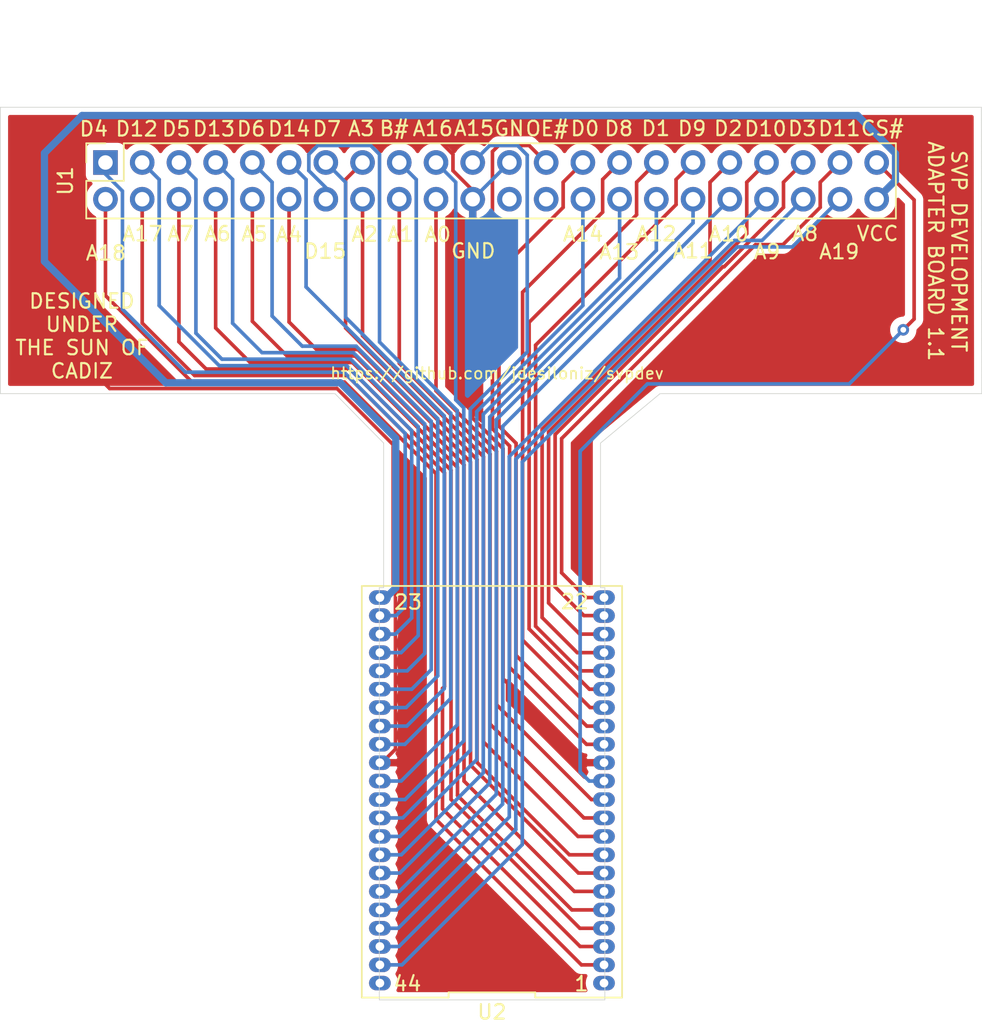
<source format=kicad_pcb>
(kicad_pcb (version 20171130) (host pcbnew "(5.1.8-0-10_14)")

  (general
    (thickness 1.6)
    (drawings 63)
    (tracks 295)
    (zones 0)
    (modules 2)
    (nets 44)
  )

  (page A4)
  (layers
    (0 F.Cu signal)
    (31 B.Cu signal)
    (32 B.Adhes user)
    (33 F.Adhes user)
    (34 B.Paste user)
    (35 F.Paste user)
    (36 B.SilkS user)
    (37 F.SilkS user)
    (38 B.Mask user)
    (39 F.Mask user)
    (40 Dwgs.User user)
    (41 Cmts.User user)
    (42 Eco1.User user)
    (43 Eco2.User user)
    (44 Edge.Cuts user)
    (45 Margin user)
    (46 B.CrtYd user)
    (47 F.CrtYd user)
    (48 B.Fab user)
    (49 F.Fab user)
  )

  (setup
    (last_trace_width 0.25)
    (trace_clearance 0.2)
    (zone_clearance 0.508)
    (zone_45_only no)
    (trace_min 0.2)
    (via_size 0.8)
    (via_drill 0.4)
    (via_min_size 0.4)
    (via_min_drill 0.3)
    (uvia_size 0.3)
    (uvia_drill 0.1)
    (uvias_allowed no)
    (uvia_min_size 0.2)
    (uvia_min_drill 0.1)
    (edge_width 0.05)
    (segment_width 0.2)
    (pcb_text_width 0.3)
    (pcb_text_size 1.5 1.5)
    (mod_edge_width 0.12)
    (mod_text_size 1 1)
    (mod_text_width 0.15)
    (pad_size 1.524 1.524)
    (pad_drill 0.762)
    (pad_to_mask_clearance 0)
    (aux_axis_origin 0 0)
    (visible_elements FFFFFF7F)
    (pcbplotparams
      (layerselection 0x010fc_ffffffff)
      (usegerberextensions false)
      (usegerberattributes true)
      (usegerberadvancedattributes true)
      (creategerberjobfile true)
      (excludeedgelayer true)
      (linewidth 0.100000)
      (plotframeref false)
      (viasonmask false)
      (mode 1)
      (useauxorigin false)
      (hpglpennumber 1)
      (hpglpenspeed 20)
      (hpglpendiameter 15.000000)
      (psnegative false)
      (psa4output false)
      (plotreference true)
      (plotvalue true)
      (plotinvisibletext false)
      (padsonsilk false)
      (subtractmaskfromsilk false)
      (outputformat 1)
      (mirror false)
      (drillshape 0)
      (scaleselection 1)
      (outputdirectory ""))
  )

  (net 0 "")
  (net 1 VCC)
  (net 2 /CS#)
  (net 3 /BYTE#)
  (net 4 /OE#)
  (net 5 /D15)
  (net 6 /D0)
  (net 7 /D7)
  (net 8 /D8)
  (net 9 /D14)
  (net 10 /D1)
  (net 11 /D6)
  (net 12 /D9)
  (net 13 /D13)
  (net 14 /D2)
  (net 15 /D5)
  (net 16 /D10)
  (net 17 /D12)
  (net 18 /D3)
  (net 19 /D4)
  (net 20 /D11)
  (net 21 GND)
  (net 22 /A16)
  (net 23 /A0)
  (net 24 /A15)
  (net 25 /A1)
  (net 26 /A14)
  (net 27 /A2)
  (net 28 /A3)
  (net 29 /A13)
  (net 30 /A12)
  (net 31 /A4)
  (net 32 /A11)
  (net 33 /A5)
  (net 34 /A10)
  (net 35 /A6)
  (net 36 /A9)
  (net 37 /A7)
  (net 38 /A8)
  (net 39 /A17)
  (net 40 /A19)
  (net 41 /A18)
  (net 42 "Net-(U2-Pad1)")
  (net 43 "Net-(U2-Pad44)")

  (net_class Default "This is the default net class."
    (clearance 0.2)
    (trace_width 0.25)
    (via_dia 0.8)
    (via_drill 0.4)
    (uvia_dia 0.3)
    (uvia_drill 0.1)
    (diff_pair_width 0.25)
    (diff_pair_gap 0.25)
    (add_net /A0)
    (add_net /A1)
    (add_net /A10)
    (add_net /A11)
    (add_net /A12)
    (add_net /A13)
    (add_net /A14)
    (add_net /A15)
    (add_net /A16)
    (add_net /A17)
    (add_net /A18)
    (add_net /A19)
    (add_net /A2)
    (add_net /A3)
    (add_net /A4)
    (add_net /A5)
    (add_net /A6)
    (add_net /A7)
    (add_net /A8)
    (add_net /A9)
    (add_net /BYTE#)
    (add_net /CS#)
    (add_net /D0)
    (add_net /D1)
    (add_net /D10)
    (add_net /D11)
    (add_net /D12)
    (add_net /D13)
    (add_net /D14)
    (add_net /D15)
    (add_net /D2)
    (add_net /D3)
    (add_net /D4)
    (add_net /D5)
    (add_net /D6)
    (add_net /D7)
    (add_net /D8)
    (add_net /D9)
    (add_net /OE#)
    (add_net "Net-(U2-Pad1)")
    (add_net "Net-(U2-Pad44)")
  )

  (net_class Power ""
    (clearance 0.2)
    (trace_width 0.25)
    (via_dia 0.8)
    (via_drill 0.4)
    (uvia_dia 0.3)
    (uvia_drill 0.1)
    (diff_pair_width 0.25)
    (diff_pair_gap 0.25)
    (add_net GND)
  )

  (net_class PowerVCC ""
    (clearance 0.2)
    (trace_width 0.5)
    (via_dia 0.8)
    (via_drill 0.4)
    (uvia_dia 0.3)
    (uvia_drill 0.1)
    (diff_pair_width 0.25)
    (diff_pair_gap 0.25)
    (add_net VCC)
  )

  (module svp-adapter-board:VR_ROM_CASTELL (layer F.Cu) (tedit 6011740B) (tstamp 600A4A04)
    (at 81.55 86.33 90)
    (path /600F6C55)
    (fp_text reference U2 (at -15.23 0) (layer F.SilkS)
      (effects (font (size 1 1) (thickness 0.15)))
    )
    (fp_text value ROM_PINS (at 0 0 90) (layer F.Fab)
      (effects (font (size 1 1) (thickness 0.15)))
    )
    (fp_line (start -13.98 8.75) (end -13.98 -8.75) (layer F.CrtYd) (width 0.05))
    (fp_line (start 13.98 8.75) (end -13.98 8.75) (layer F.CrtYd) (width 0.05))
    (fp_line (start 13.98 -8.75) (end 13.98 8.75) (layer F.CrtYd) (width 0.05))
    (fp_line (start -13.98 -8.75) (end 13.98 -8.75) (layer F.CrtYd) (width 0.05))
    (fp_line (start -14.23 2.999999) (end -14.23 9) (layer F.SilkS) (width 0.12))
    (fp_line (start -13.87 2.999999) (end -14.23 2.999999) (layer F.SilkS) (width 0.12))
    (fp_line (start -13.87 -3) (end -13.87 2.999999) (layer F.SilkS) (width 0.12))
    (fp_line (start -14.23 -3) (end -13.87 -3) (layer F.SilkS) (width 0.12))
    (fp_line (start -14.23 -9) (end -14.23 -3) (layer F.SilkS) (width 0.12))
    (fp_line (start 14.23 -9) (end -14.23 -9) (layer F.SilkS) (width 0.12))
    (fp_line (start 14.23 9) (end 14.23 -9) (layer F.SilkS) (width 0.12))
    (fp_line (start -14.23 9) (end 14.23 9) (layer F.SilkS) (width 0.12))
    (pad 44 thru_hole oval (at -13.23 -7.75 90) (size 1 1.5) (drill 0.6) (layers *.Cu *.Mask)
      (net 43 "Net-(U2-Pad44)"))
    (pad 1 thru_hole oval (at -13.23 7.75 90) (size 1 1.5) (drill 0.6) (layers *.Cu *.Mask)
      (net 42 "Net-(U2-Pad1)"))
    (pad 43 thru_hole oval (at -11.97 -7.75 90) (size 1 1.5) (drill 0.6) (layers *.Cu *.Mask)
      (net 40 /A19))
    (pad 2 thru_hole oval (at -11.97 7.75 90) (size 1 1.5) (drill 0.6) (layers *.Cu *.Mask)
      (net 41 /A18))
    (pad 42 thru_hole oval (at -10.7 -7.75 90) (size 1 1.5) (drill 0.6) (layers *.Cu *.Mask)
      (net 38 /A8))
    (pad 3 thru_hole oval (at -10.7 7.75 90) (size 1 1.5) (drill 0.6) (layers *.Cu *.Mask)
      (net 39 /A17))
    (pad 41 thru_hole oval (at -9.44 -7.75 90) (size 1 1.5) (drill 0.6) (layers *.Cu *.Mask)
      (net 36 /A9))
    (pad 4 thru_hole oval (at -9.44 7.75 90) (size 1 1.5) (drill 0.6) (layers *.Cu *.Mask)
      (net 37 /A7))
    (pad 40 thru_hole oval (at -8.17 -7.75 90) (size 1 1.5) (drill 0.6) (layers *.Cu *.Mask)
      (net 34 /A10))
    (pad 5 thru_hole oval (at -8.17 7.75 90) (size 1 1.5) (drill 0.6) (layers *.Cu *.Mask)
      (net 35 /A6))
    (pad 39 thru_hole oval (at -6.89 -7.75 90) (size 1 1.5) (drill 0.6) (layers *.Cu *.Mask)
      (net 32 /A11))
    (pad 6 thru_hole oval (at -6.89 7.75 90) (size 1 1.5) (drill 0.6) (layers *.Cu *.Mask)
      (net 33 /A5))
    (pad 38 thru_hole oval (at -5.62 -7.75 90) (size 1 1.5) (drill 0.6) (layers *.Cu *.Mask)
      (net 30 /A12))
    (pad 7 thru_hole oval (at -5.62 7.75 90) (size 1 1.5) (drill 0.6) (layers *.Cu *.Mask)
      (net 31 /A4))
    (pad 37 thru_hole oval (at -4.36 -7.75 90) (size 1 1.5) (drill 0.6) (layers *.Cu *.Mask)
      (net 29 /A13))
    (pad 8 thru_hole oval (at -4.36 7.75 90) (size 1 1.5) (drill 0.6) (layers *.Cu *.Mask)
      (net 28 /A3))
    (pad 36 thru_hole oval (at -3.09 -7.75 90) (size 1 1.5) (drill 0.6) (layers *.Cu *.Mask)
      (net 26 /A14))
    (pad 9 thru_hole oval (at -3.09 7.75 90) (size 1 1.5) (drill 0.6) (layers *.Cu *.Mask)
      (net 27 /A2))
    (pad 35 thru_hole oval (at -1.81 -7.75 90) (size 1 1.5) (drill 0.6) (layers *.Cu *.Mask)
      (net 24 /A15))
    (pad 10 thru_hole oval (at -1.81 7.75 90) (size 1 1.5) (drill 0.6) (layers *.Cu *.Mask)
      (net 25 /A1))
    (pad 34 thru_hole oval (at -0.54 -7.75 90) (size 1 1.5) (drill 0.6) (layers *.Cu *.Mask)
      (net 22 /A16))
    (pad 11 thru_hole oval (at -0.54 7.75 90) (size 1 1.5) (drill 0.6) (layers *.Cu *.Mask)
      (net 23 /A0))
    (pad 33 thru_hole oval (at 0.74 -7.75 90) (size 1 1.5) (drill 0.6) (layers *.Cu *.Mask)
      (net 3 /BYTE#))
    (pad 12 thru_hole oval (at 0.74 7.75 90) (size 1 1.5) (drill 0.6) (layers *.Cu *.Mask)
      (net 2 /CS#))
    (pad 32 thru_hole oval (at 2.01 -7.75 90) (size 1 1.5) (drill 0.6) (layers *.Cu *.Mask)
      (net 21 GND))
    (pad 13 thru_hole oval (at 2.01 7.75 90) (size 1 1.5) (drill 0.6) (layers *.Cu *.Mask)
      (net 21 GND))
    (pad 31 thru_hole oval (at 3.28 -7.75 90) (size 1 1.5) (drill 0.6) (layers *.Cu *.Mask)
      (net 5 /D15))
    (pad 14 thru_hole oval (at 3.28 7.75 90) (size 1 1.5) (drill 0.6) (layers *.Cu *.Mask)
      (net 4 /OE#))
    (pad 30 thru_hole oval (at 4.54 -7.75 90) (size 1 1.5) (drill 0.6) (layers *.Cu *.Mask)
      (net 7 /D7))
    (pad 15 thru_hole oval (at 4.54 7.75 90) (size 1 1.5) (drill 0.6) (layers *.Cu *.Mask)
      (net 6 /D0))
    (pad 29 thru_hole oval (at 5.82 -7.75 90) (size 1 1.5) (drill 0.6) (layers *.Cu *.Mask)
      (net 9 /D14))
    (pad 16 thru_hole oval (at 5.82 7.75 90) (size 1 1.5) (drill 0.6) (layers *.Cu *.Mask)
      (net 8 /D8))
    (pad 28 thru_hole oval (at 7.09 -7.75 90) (size 1 1.5) (drill 0.6) (layers *.Cu *.Mask)
      (net 11 /D6))
    (pad 17 thru_hole oval (at 7.09 7.75 90) (size 1 1.5) (drill 0.6) (layers *.Cu *.Mask)
      (net 10 /D1))
    (pad 27 thru_hole oval (at 8.36 -7.75 90) (size 1 1.5) (drill 0.6) (layers *.Cu *.Mask)
      (net 13 /D13))
    (pad 18 thru_hole oval (at 8.36 7.75 90) (size 1 1.5) (drill 0.6) (layers *.Cu *.Mask)
      (net 12 /D9))
    (pad 26 thru_hole oval (at 9.62 -7.75 90) (size 1 1.5) (drill 0.6) (layers *.Cu *.Mask)
      (net 15 /D5))
    (pad 19 thru_hole oval (at 9.62 7.75 90) (size 1 1.5) (drill 0.6) (layers *.Cu *.Mask)
      (net 14 /D2))
    (pad 25 thru_hole oval (at 10.9 -7.75 90) (size 1 1.5) (drill 0.6) (layers *.Cu *.Mask)
      (net 17 /D12))
    (pad 20 thru_hole oval (at 10.9 7.75 90) (size 1 1.5) (drill 0.6) (layers *.Cu *.Mask)
      (net 16 /D10))
    (pad 24 thru_hole oval (at 12.18 -7.75 90) (size 1 1.5) (drill 0.6) (layers *.Cu *.Mask)
      (net 19 /D4))
    (pad 21 thru_hole oval (at 12.18 7.75 90) (size 1 1.5) (drill 0.6) (layers *.Cu *.Mask)
      (net 18 /D3))
    (pad 23 thru_hole oval (at 13.43 -7.75 90) (size 1 1.5) (drill 0.6) (layers *.Cu *.Mask)
      (net 1 VCC))
    (pad 22 thru_hole oval (at 13.43 7.75 90) (size 1 1.5) (drill 0.6) (layers *.Cu *.Mask)
      (net 20 /D11))
  )

  (module Connector_PinSocket_2.54mm:PinSocket_2x22_P2.54mm_Vertical (layer F.Cu) (tedit 5A19A42E) (tstamp 600A49C8)
    (at 54.82 42.82 90)
    (descr "Through hole straight socket strip, 2x22, 2.54mm pitch, double cols (from Kicad 4.0.7), script generated")
    (tags "Through hole socket strip THT 2x22 2.54mm double row")
    (path /600FBCE3)
    (fp_text reference U1 (at -1.27 -2.77 90) (layer F.SilkS)
      (effects (font (size 1 1) (thickness 0.15)))
    )
    (fp_text value ROM_CONN_COUNTER_CLOCKWISE (at -1.27 56.11 90) (layer F.Fab)
      (effects (font (size 1 1) (thickness 0.15)))
    )
    (fp_line (start -3.81 -1.27) (end 0.27 -1.27) (layer F.Fab) (width 0.1))
    (fp_line (start 0.27 -1.27) (end 1.27 -0.27) (layer F.Fab) (width 0.1))
    (fp_line (start 1.27 -0.27) (end 1.27 54.61) (layer F.Fab) (width 0.1))
    (fp_line (start 1.27 54.61) (end -3.81 54.61) (layer F.Fab) (width 0.1))
    (fp_line (start -3.81 54.61) (end -3.81 -1.27) (layer F.Fab) (width 0.1))
    (fp_line (start -3.87 -1.33) (end -1.27 -1.33) (layer F.SilkS) (width 0.12))
    (fp_line (start -3.87 -1.33) (end -3.87 54.67) (layer F.SilkS) (width 0.12))
    (fp_line (start -3.87 54.67) (end 1.33 54.67) (layer F.SilkS) (width 0.12))
    (fp_line (start 1.33 1.27) (end 1.33 54.67) (layer F.SilkS) (width 0.12))
    (fp_line (start -1.27 1.27) (end 1.33 1.27) (layer F.SilkS) (width 0.12))
    (fp_line (start -1.27 -1.33) (end -1.27 1.27) (layer F.SilkS) (width 0.12))
    (fp_line (start 1.33 -1.33) (end 1.33 0) (layer F.SilkS) (width 0.12))
    (fp_line (start 0 -1.33) (end 1.33 -1.33) (layer F.SilkS) (width 0.12))
    (fp_line (start -4.34 -1.8) (end 1.76 -1.8) (layer F.CrtYd) (width 0.05))
    (fp_line (start 1.76 -1.8) (end 1.76 55.1) (layer F.CrtYd) (width 0.05))
    (fp_line (start 1.76 55.1) (end -4.34 55.1) (layer F.CrtYd) (width 0.05))
    (fp_line (start -4.34 55.1) (end -4.34 -1.8) (layer F.CrtYd) (width 0.05))
    (fp_text user %R (at -1.27 26.67) (layer F.Fab)
      (effects (font (size 1 1) (thickness 0.15)))
    )
    (pad 44 thru_hole oval (at -2.54 53.34 90) (size 1.7 1.7) (drill 1) (layers *.Cu *.Mask)
      (net 1 VCC))
    (pad 43 thru_hole oval (at 0 53.34 90) (size 1.7 1.7) (drill 1) (layers *.Cu *.Mask)
      (net 2 /CS#))
    (pad 42 thru_hole oval (at -2.54 50.8 90) (size 1.7 1.7) (drill 1) (layers *.Cu *.Mask)
      (net 40 /A19))
    (pad 41 thru_hole oval (at 0 50.8 90) (size 1.7 1.7) (drill 1) (layers *.Cu *.Mask)
      (net 20 /D11))
    (pad 40 thru_hole oval (at -2.54 48.26 90) (size 1.7 1.7) (drill 1) (layers *.Cu *.Mask)
      (net 38 /A8))
    (pad 39 thru_hole oval (at 0 48.26 90) (size 1.7 1.7) (drill 1) (layers *.Cu *.Mask)
      (net 18 /D3))
    (pad 38 thru_hole oval (at -2.54 45.72 90) (size 1.7 1.7) (drill 1) (layers *.Cu *.Mask)
      (net 36 /A9))
    (pad 37 thru_hole oval (at 0 45.72 90) (size 1.7 1.7) (drill 1) (layers *.Cu *.Mask)
      (net 16 /D10))
    (pad 36 thru_hole oval (at -2.54 43.18 90) (size 1.7 1.7) (drill 1) (layers *.Cu *.Mask)
      (net 34 /A10))
    (pad 35 thru_hole oval (at 0 43.18 90) (size 1.7 1.7) (drill 1) (layers *.Cu *.Mask)
      (net 14 /D2))
    (pad 34 thru_hole oval (at -2.54 40.64 90) (size 1.7 1.7) (drill 1) (layers *.Cu *.Mask)
      (net 32 /A11))
    (pad 33 thru_hole oval (at 0 40.64 90) (size 1.7 1.7) (drill 1) (layers *.Cu *.Mask)
      (net 12 /D9))
    (pad 32 thru_hole oval (at -2.54 38.1 90) (size 1.7 1.7) (drill 1) (layers *.Cu *.Mask)
      (net 30 /A12))
    (pad 31 thru_hole oval (at 0 38.1 90) (size 1.7 1.7) (drill 1) (layers *.Cu *.Mask)
      (net 10 /D1))
    (pad 30 thru_hole oval (at -2.54 35.56 90) (size 1.7 1.7) (drill 1) (layers *.Cu *.Mask)
      (net 29 /A13))
    (pad 29 thru_hole oval (at 0 35.56 90) (size 1.7 1.7) (drill 1) (layers *.Cu *.Mask)
      (net 8 /D8))
    (pad 28 thru_hole oval (at -2.54 33.02 90) (size 1.7 1.7) (drill 1) (layers *.Cu *.Mask)
      (net 26 /A14))
    (pad 27 thru_hole oval (at 0 33.02 90) (size 1.7 1.7) (drill 1) (layers *.Cu *.Mask)
      (net 6 /D0))
    (pad 26 thru_hole oval (at -2.54 30.48 90) (size 1.7 1.7) (drill 1) (layers *.Cu *.Mask))
    (pad 25 thru_hole oval (at 0 30.48 90) (size 1.7 1.7) (drill 1) (layers *.Cu *.Mask)
      (net 4 /OE#))
    (pad 24 thru_hole oval (at -2.54 27.94 90) (size 1.7 1.7) (drill 1) (layers *.Cu *.Mask))
    (pad 23 thru_hole oval (at 0 27.94 90) (size 1.7 1.7) (drill 1) (layers *.Cu *.Mask)
      (net 21 GND))
    (pad 22 thru_hole oval (at -2.54 25.4 90) (size 1.7 1.7) (drill 1) (layers *.Cu *.Mask)
      (net 21 GND))
    (pad 21 thru_hole oval (at 0 25.4 90) (size 1.7 1.7) (drill 1) (layers *.Cu *.Mask)
      (net 24 /A15))
    (pad 20 thru_hole oval (at -2.54 22.86 90) (size 1.7 1.7) (drill 1) (layers *.Cu *.Mask)
      (net 23 /A0))
    (pad 19 thru_hole oval (at 0 22.86 90) (size 1.7 1.7) (drill 1) (layers *.Cu *.Mask)
      (net 22 /A16))
    (pad 18 thru_hole oval (at -2.54 20.32 90) (size 1.7 1.7) (drill 1) (layers *.Cu *.Mask)
      (net 25 /A1))
    (pad 17 thru_hole oval (at 0 20.32 90) (size 1.7 1.7) (drill 1) (layers *.Cu *.Mask)
      (net 3 /BYTE#))
    (pad 16 thru_hole oval (at -2.54 17.78 90) (size 1.7 1.7) (drill 1) (layers *.Cu *.Mask)
      (net 27 /A2))
    (pad 15 thru_hole oval (at 0 17.78 90) (size 1.7 1.7) (drill 1) (layers *.Cu *.Mask)
      (net 28 /A3))
    (pad 14 thru_hole oval (at -2.54 15.24 90) (size 1.7 1.7) (drill 1) (layers *.Cu *.Mask)
      (net 5 /D15))
    (pad 13 thru_hole oval (at 0 15.24 90) (size 1.7 1.7) (drill 1) (layers *.Cu *.Mask)
      (net 7 /D7))
    (pad 12 thru_hole oval (at -2.54 12.7 90) (size 1.7 1.7) (drill 1) (layers *.Cu *.Mask)
      (net 31 /A4))
    (pad 11 thru_hole oval (at 0 12.7 90) (size 1.7 1.7) (drill 1) (layers *.Cu *.Mask)
      (net 9 /D14))
    (pad 10 thru_hole oval (at -2.54 10.16 90) (size 1.7 1.7) (drill 1) (layers *.Cu *.Mask)
      (net 33 /A5))
    (pad 9 thru_hole oval (at 0 10.16 90) (size 1.7 1.7) (drill 1) (layers *.Cu *.Mask)
      (net 11 /D6))
    (pad 8 thru_hole oval (at -2.54 7.62 90) (size 1.7 1.7) (drill 1) (layers *.Cu *.Mask)
      (net 35 /A6))
    (pad 7 thru_hole oval (at 0 7.62 90) (size 1.7 1.7) (drill 1) (layers *.Cu *.Mask)
      (net 13 /D13))
    (pad 6 thru_hole oval (at -2.54 5.08 90) (size 1.7 1.7) (drill 1) (layers *.Cu *.Mask)
      (net 37 /A7))
    (pad 5 thru_hole oval (at 0 5.08 90) (size 1.7 1.7) (drill 1) (layers *.Cu *.Mask)
      (net 15 /D5))
    (pad 4 thru_hole oval (at -2.54 2.54 90) (size 1.7 1.7) (drill 1) (layers *.Cu *.Mask)
      (net 39 /A17))
    (pad 3 thru_hole oval (at 0 2.54 90) (size 1.7 1.7) (drill 1) (layers *.Cu *.Mask)
      (net 17 /D12))
    (pad 2 thru_hole oval (at -2.54 0 90) (size 1.7 1.7) (drill 1) (layers *.Cu *.Mask)
      (net 41 /A18))
    (pad 1 thru_hole rect (at 0 0 90) (size 1.7 1.7) (drill 1) (layers *.Cu *.Mask)
      (net 19 /D4))
    (model ${KISYS3DMOD}/Connector_PinSocket_2.54mm.3dshapes/PinSocket_2x22_P2.54mm_Vertical.wrl
      (at (xyz 0 0 0))
      (scale (xyz 1 1 1))
      (rotate (xyz 0 0 0))
    )
  )

  (gr_text https://github.com/jdesiloniz/svpdev (at 81.9 57.4) (layer F.SilkS)
    (effects (font (size 0.8 0.8) (thickness 0.12)))
  )
  (gr_text 44 (at 75.7 99.6) (layer F.SilkS) (tstamp 601888A5)
    (effects (font (size 1 1) (thickness 0.15)))
  )
  (gr_text 23 (at 75.75 73.22) (layer F.SilkS) (tstamp 60188827)
    (effects (font (size 1 1) (thickness 0.15)))
  )
  (gr_text 22 (at 87.28 73.19) (layer F.SilkS)
    (effects (font (size 1 1) (thickness 0.15)))
  )
  (gr_text 1 (at 87.74 99.61) (layer F.SilkS)
    (effects (font (size 1 1) (thickness 0.15)))
  )
  (gr_text VCC (at 108.22 47.74) (layer F.SilkS)
    (effects (font (size 1 1) (thickness 0.15)))
  )
  (gr_text A19 (at 105.57 48.99) (layer F.SilkS)
    (effects (font (size 1 1) (thickness 0.15)))
  )
  (gr_text A8 (at 103.2 47.74) (layer F.SilkS)
    (effects (font (size 1 1) (thickness 0.15)))
  )
  (gr_text A9 (at 100.58 48.99) (layer F.SilkS)
    (effects (font (size 1 1) (thickness 0.15)))
  )
  (gr_text A10 (at 97.93 47.76) (layer F.SilkS)
    (effects (font (size 1 1) (thickness 0.15)))
  )
  (gr_text A11 (at 95.44 48.93) (layer F.SilkS)
    (effects (font (size 1 1) (thickness 0.15)))
  )
  (gr_text A12 (at 92.92 47.75) (layer F.SilkS)
    (effects (font (size 1 1) (thickness 0.15)))
  )
  (gr_text A13 (at 90.35 49.01) (layer F.SilkS)
    (effects (font (size 1 1) (thickness 0.15)))
  )
  (gr_text A14 (at 87.85 47.77) (layer F.SilkS)
    (effects (font (size 1 1) (thickness 0.15)))
  )
  (gr_text GND (at 80.26 48.94) (layer F.SilkS)
    (effects (font (size 1 1) (thickness 0.15)))
  )
  (gr_text "A0\n" (at 77.8 47.8) (layer F.SilkS)
    (effects (font (size 1 1) (thickness 0.15)))
  )
  (gr_text A1 (at 75.22 47.78) (layer F.SilkS)
    (effects (font (size 1 1) (thickness 0.15)))
  )
  (gr_text A2 (at 72.74 47.78) (layer F.SilkS)
    (effects (font (size 1 1) (thickness 0.15)))
  )
  (gr_text D15 (at 70.02 48.96) (layer F.SilkS)
    (effects (font (size 1 1) (thickness 0.15)))
  )
  (gr_text A4 (at 67.51 47.8) (layer F.SilkS)
    (effects (font (size 1 1) (thickness 0.15)))
  )
  (gr_text A5 (at 65.12 47.76) (layer F.SilkS)
    (effects (font (size 1 1) (thickness 0.15)))
  )
  (gr_text A6 (at 62.57 47.75) (layer F.SilkS)
    (effects (font (size 1 1) (thickness 0.15)))
  )
  (gr_text A7 (at 60.01 47.75) (layer F.SilkS)
    (effects (font (size 1 1) (thickness 0.15)))
  )
  (gr_text A17 (at 57.38 47.75) (layer F.SilkS)
    (effects (font (size 1 1) (thickness 0.15)))
  )
  (gr_text A18 (at 54.85 49.08) (layer F.SilkS)
    (effects (font (size 1 1) (thickness 0.15)))
  )
  (gr_text CS# (at 108.55 40.46) (layer F.SilkS)
    (effects (font (size 1 1) (thickness 0.15)))
  )
  (gr_text D11 (at 105.58 40.48) (layer F.SilkS) (tstamp 6011AB73)
    (effects (font (size 1 1) (thickness 0.15)))
  )
  (gr_text D3 (at 103.01 40.48) (layer F.SilkS)
    (effects (font (size 1 1) (thickness 0.15)))
  )
  (gr_text D10 (at 100.47 40.49) (layer F.SilkS) (tstamp 6011AB6D)
    (effects (font (size 1 1) (thickness 0.15)))
  )
  (gr_text D2 (at 97.89 40.47) (layer F.SilkS)
    (effects (font (size 1 1) (thickness 0.15)))
  )
  (gr_text D9 (at 95.39 40.48) (layer F.SilkS)
    (effects (font (size 1 1) (thickness 0.15)))
  )
  (gr_text D1 (at 92.88 40.47) (layer F.SilkS)
    (effects (font (size 1 1) (thickness 0.15)))
  )
  (gr_text D8 (at 90.32 40.48) (layer F.SilkS)
    (effects (font (size 1 1) (thickness 0.15)))
  )
  (gr_text D0 (at 87.98 40.48) (layer F.SilkS)
    (effects (font (size 1 1) (thickness 0.15)))
  )
  (gr_text OE# (at 85.36 40.48) (layer F.SilkS)
    (effects (font (size 1 1) (thickness 0.15)))
  )
  (gr_text GN (at 82.75 40.46) (layer F.SilkS) (tstamp 6011AB7A)
    (effects (font (size 1 1) (thickness 0.15)))
  )
  (gr_text A15 (at 80.31 40.46) (layer F.SilkS)
    (effects (font (size 1 1) (thickness 0.15)))
  )
  (gr_text A16 (at 77.46 40.48) (layer F.SilkS)
    (effects (font (size 1 1) (thickness 0.15)))
  )
  (gr_text B# (at 74.78 40.48) (layer F.SilkS)
    (effects (font (size 1 1) (thickness 0.15)))
  )
  (gr_text A3 (at 72.51 40.48) (layer F.SilkS)
    (effects (font (size 1 1) (thickness 0.15)))
  )
  (gr_text D7 (at 70.13 40.5) (layer F.SilkS)
    (effects (font (size 1 1) (thickness 0.15)))
  )
  (gr_text D14 (at 67.52 40.5) (layer F.SilkS)
    (effects (font (size 1 1) (thickness 0.15)))
  )
  (gr_text D6 (at 64.89 40.5) (layer F.SilkS)
    (effects (font (size 1 1) (thickness 0.15)))
  )
  (gr_text D13 (at 62.32 40.5) (layer F.SilkS)
    (effects (font (size 1 1) (thickness 0.15)))
  )
  (gr_text D5 (at 59.71 40.5) (layer F.SilkS)
    (effects (font (size 1 1) (thickness 0.15)))
  )
  (gr_text D12 (at 56.98 40.5) (layer F.SilkS)
    (effects (font (size 1 1) (thickness 0.15)))
  )
  (gr_text D4 (at 54.01 40.5) (layer F.SilkS)
    (effects (font (size 1 1) (thickness 0.15)))
  )
  (gr_text "DESIGNED\nUNDER\nTHE SUN OF\nCADIZ" (at 53.19 54.82) (layer F.SilkS)
    (effects (font (size 1 1) (thickness 0.15)))
  )
  (gr_text "SVP DEVELOPMENT\nADAPTER BOARD 1.1" (at 113.04 48.95 270) (layer F.SilkS) (tstamp 600B55E4)
    (effects (font (size 1 1) (thickness 0.15)))
  )
  (gr_line (start 93.18 58.8) (end 89.06 62.22) (layer Edge.Cuts) (width 0.05) (tstamp 600B5293))
  (gr_line (start 115.43 58.8) (end 93.18 58.8) (layer Edge.Cuts) (width 0.05))
  (gr_line (start 115.4 39) (end 115.43 58.8) (layer Edge.Cuts) (width 0.05))
  (gr_line (start 47.55 39) (end 115.4 39) (layer Edge.Cuts) (width 0.05) (tstamp 6011AB8F))
  (gr_line (start 47.55 58.8) (end 47.55 39) (layer Edge.Cuts) (width 0.05))
  (gr_line (start 70.69 58.8) (end 47.55 58.8) (layer Edge.Cuts) (width 0.05))
  (gr_line (start 74.06 62.22) (end 70.69 58.8) (layer Edge.Cuts) (width 0.05))
  (gr_line (start 89.06 72.22) (end 89.06 62.22) (layer Edge.Cuts) (width 0.05))
  (gr_line (start 89.36 72.22) (end 89.06 72.22) (layer Edge.Cuts) (width 0.05))
  (gr_line (start 89.36 100.72) (end 89.36 72.22) (layer Edge.Cuts) (width 0.05))
  (gr_line (start 73.76 100.72) (end 89.36 100.72) (layer Edge.Cuts) (width 0.05))
  (gr_line (start 74.06 72.22) (end 74.06 62.22) (layer Edge.Cuts) (width 0.05))
  (gr_line (start 73.76 72.22) (end 74.06 72.22) (layer Edge.Cuts) (width 0.05))
  (gr_line (start 73.76 100.72) (end 73.76 72.22) (layer Edge.Cuts) (width 0.05))

  (segment (start 109.460001 42.195999) (end 106.834002 39.57) (width 0.5) (layer B.Cu) (net 1))
  (segment (start 109.460001 44.059999) (end 109.460001 42.195999) (width 0.5) (layer B.Cu) (net 1))
  (segment (start 108.16 45.36) (end 109.460001 44.059999) (width 0.5) (layer B.Cu) (net 1))
  (segment (start 106.834002 39.57) (end 53.2 39.57) (width 0.5) (layer B.Cu) (net 1))
  (segment (start 53.2 39.57) (end 50.6 42.17) (width 0.5) (layer B.Cu) (net 1))
  (segment (start 50.6 42.17) (end 50.6 49.66) (width 0.5) (layer B.Cu) (net 1))
  (segment (start 50.6 49.66) (end 58.99 58.05) (width 0.5) (layer B.Cu) (net 1))
  (segment (start 58.99 58.05) (end 71.06 58.05) (width 0.5) (layer B.Cu) (net 1))
  (segment (start 71.06 58.05) (end 74.9 61.89) (width 0.5) (layer B.Cu) (net 1))
  (segment (start 74.9 72.23501) (end 74.23501 72.9) (width 0.5) (layer B.Cu) (net 1))
  (segment (start 74.9 61.89) (end 74.9 72.23501) (width 0.5) (layer B.Cu) (net 1))
  (segment (start 110 54.39) (end 110 54.39) (width 0.25) (layer B.Cu) (net 2))
  (segment (start 106.26 58.13) (end 92.3 58.13) (width 0.25) (layer B.Cu) (net 2))
  (segment (start 92.3 58.13) (end 87.65 62.78) (width 0.25) (layer B.Cu) (net 2))
  (segment (start 87.65 62.78) (end 87.65 84.96) (width 0.25) (layer B.Cu) (net 2))
  (segment (start 88.28 85.59) (end 89.00999 85.59) (width 0.25) (layer B.Cu) (net 2))
  (segment (start 87.65 84.96) (end 88.28 85.59) (width 0.25) (layer B.Cu) (net 2))
  (segment (start 110 54.39) (end 106.26 58.13) (width 0.25) (layer B.Cu) (net 2) (tstamp 601858B6))
  (via (at 110 54.39) (size 0.8) (drill 0.4) (layers F.Cu B.Cu) (net 2))
  (segment (start 108.16 42.82) (end 110.75 45.41) (width 0.25) (layer F.Cu) (net 2))
  (segment (start 110.75 53.64) (end 110 54.39) (width 0.25) (layer F.Cu) (net 2))
  (segment (start 110.75 45.41) (end 110.75 53.64) (width 0.25) (layer F.Cu) (net 2))
  (segment (start 76.315001 43.995001) (end 76.315001 57.136541) (width 0.25) (layer B.Cu) (net 3))
  (segment (start 75.14 42.82) (end 76.315001 43.995001) (width 0.25) (layer B.Cu) (net 3))
  (segment (start 79.15008 59.97162) (end 79.15008 81.70992) (width 0.25) (layer B.Cu) (net 3))
  (segment (start 76.315001 57.136541) (end 79.15008 59.97162) (width 0.25) (layer B.Cu) (net 3))
  (segment (start 75.27 85.59) (end 74.11001 85.59) (width 0.25) (layer B.Cu) (net 3))
  (segment (start 79.15008 81.70992) (end 75.27 85.59) (width 0.25) (layer B.Cu) (net 3))
  (segment (start 88.09 83.05) (end 89.00999 83.05) (width 0.25) (layer F.Cu) (net 4))
  (segment (start 82.770109 62.419599) (end 82.770109 77.730109) (width 0.25) (layer F.Cu) (net 4))
  (segment (start 84.124999 41.644999) (end 82.006001 41.644999) (width 0.25) (layer F.Cu) (net 4))
  (segment (start 82.006001 41.644999) (end 81.584999 42.066001) (width 0.25) (layer F.Cu) (net 4))
  (segment (start 82.770109 77.730109) (end 88.09 83.05) (width 0.25) (layer F.Cu) (net 4))
  (segment (start 85.3 42.82) (end 84.124999 41.644999) (width 0.25) (layer F.Cu) (net 4))
  (segment (start 81.584999 61.234489) (end 82.770109 62.419599) (width 0.25) (layer F.Cu) (net 4))
  (segment (start 81.584999 42.066001) (end 81.584999 61.234489) (width 0.25) (layer F.Cu) (net 4))
  (segment (start 75.53 83.05) (end 74.11001 83.05) (width 0.25) (layer B.Cu) (net 5))
  (segment (start 78.70007 60.15802) (end 78.70007 79.87993) (width 0.25) (layer B.Cu) (net 5))
  (segment (start 73.164001 41.644999) (end 73.775001 42.255999) (width 0.25) (layer B.Cu) (net 5))
  (segment (start 69.495999 41.644999) (end 73.164001 41.644999) (width 0.25) (layer B.Cu) (net 5))
  (segment (start 68.884999 42.255999) (end 69.495999 41.644999) (width 0.25) (layer B.Cu) (net 5))
  (segment (start 78.70007 79.87993) (end 75.53 83.05) (width 0.25) (layer B.Cu) (net 5))
  (segment (start 73.775001 42.255999) (end 73.775001 55.232951) (width 0.25) (layer B.Cu) (net 5))
  (segment (start 68.884999 43.384001) (end 68.884999 42.255999) (width 0.25) (layer B.Cu) (net 5))
  (segment (start 73.775001 55.232951) (end 78.70007 60.15802) (width 0.25) (layer B.Cu) (net 5))
  (segment (start 70.06 44.559002) (end 68.884999 43.384001) (width 0.25) (layer B.Cu) (net 5))
  (segment (start 70.06 45.36) (end 70.06 44.559002) (width 0.25) (layer B.Cu) (net 5))
  (segment (start 83.220119 76.900119) (end 88.11 81.79) (width 0.25) (layer F.Cu) (net 6))
  (segment (start 83.220119 62.233199) (end 83.220119 76.900119) (width 0.25) (layer F.Cu) (net 6))
  (segment (start 82.035009 61.048089) (end 83.220119 62.233199) (width 0.25) (layer F.Cu) (net 6))
  (segment (start 86.475001 45.924001) (end 82.035009 50.363993) (width 0.25) (layer F.Cu) (net 6))
  (segment (start 82.035009 50.363993) (end 82.035009 61.048089) (width 0.25) (layer F.Cu) (net 6))
  (segment (start 86.475001 44.184999) (end 86.475001 45.924001) (width 0.25) (layer F.Cu) (net 6))
  (segment (start 88.11 81.79) (end 89.00999 81.79) (width 0.25) (layer F.Cu) (net 6))
  (segment (start 87.84 42.82) (end 86.475001 44.184999) (width 0.25) (layer F.Cu) (net 6))
  (segment (start 71.424999 44.184999) (end 71.424999 53.519359) (width 0.25) (layer B.Cu) (net 7))
  (segment (start 70.06 42.82) (end 71.424999 44.184999) (width 0.25) (layer B.Cu) (net 7))
  (segment (start 78.25006 60.34442) (end 78.25006 79.19994) (width 0.25) (layer B.Cu) (net 7))
  (segment (start 71.424999 53.519359) (end 78.25006 60.34442) (width 0.25) (layer B.Cu) (net 7))
  (segment (start 75.66 81.79) (end 74.11001 81.79) (width 0.25) (layer B.Cu) (net 7))
  (segment (start 78.25006 79.19994) (end 75.66 81.79) (width 0.25) (layer B.Cu) (net 7))
  (segment (start 89.204999 43.995001) (end 89.204999 46.255001) (width 0.25) (layer F.Cu) (net 8))
  (segment (start 90.38 42.82) (end 89.204999 43.995001) (width 0.25) (layer F.Cu) (net 8))
  (segment (start 89.204999 46.255001) (end 83.670129 51.789871) (width 0.25) (layer F.Cu) (net 8))
  (segment (start 83.670129 51.789871) (end 83.670129 75.840129) (width 0.25) (layer F.Cu) (net 8))
  (segment (start 88.34 80.51) (end 89.00999 80.51) (width 0.25) (layer F.Cu) (net 8))
  (segment (start 83.670129 75.840129) (end 88.34 80.51) (width 0.25) (layer F.Cu) (net 8))
  (segment (start 77.80005 60.53082) (end 77.80005 78.31995) (width 0.25) (layer B.Cu) (net 9))
  (segment (start 68.695001 51.425771) (end 77.80005 60.53082) (width 0.25) (layer B.Cu) (net 9))
  (segment (start 68.695001 43.995001) (end 68.695001 51.425771) (width 0.25) (layer B.Cu) (net 9))
  (segment (start 67.52 42.82) (end 68.695001 43.995001) (width 0.25) (layer B.Cu) (net 9))
  (segment (start 75.61 80.51) (end 74.11001 80.51) (width 0.25) (layer B.Cu) (net 9))
  (segment (start 77.80005 78.31995) (end 75.61 80.51) (width 0.25) (layer B.Cu) (net 9))
  (segment (start 91.555001 44.184999) (end 91.555001 46.434999) (width 0.25) (layer F.Cu) (net 10))
  (segment (start 92.92 42.82) (end 91.555001 44.184999) (width 0.25) (layer F.Cu) (net 10))
  (segment (start 91.555001 46.434999) (end 84.120139 53.869861) (width 0.25) (layer F.Cu) (net 10))
  (segment (start 84.120139 53.869861) (end 84.120139 75.070139) (width 0.25) (layer F.Cu) (net 10))
  (segment (start 88.29 79.24) (end 89.00999 79.24) (width 0.25) (layer F.Cu) (net 10))
  (segment (start 84.120139 75.070139) (end 88.29 79.24) (width 0.25) (layer F.Cu) (net 10))
  (segment (start 66.344999 53.434999) (end 68.429962 55.519962) (width 0.25) (layer B.Cu) (net 11))
  (segment (start 66.344999 44.184999) (end 66.344999 53.434999) (width 0.25) (layer B.Cu) (net 11))
  (segment (start 64.98 42.82) (end 66.344999 44.184999) (width 0.25) (layer B.Cu) (net 11))
  (segment (start 77.35004 60.71722) (end 77.35004 77.88996) (width 0.25) (layer B.Cu) (net 11))
  (segment (start 72.152783 55.519963) (end 77.35004 60.71722) (width 0.25) (layer B.Cu) (net 11))
  (segment (start 68.429962 55.519962) (end 72.152783 55.519963) (width 0.25) (layer B.Cu) (net 11))
  (segment (start 76 79.24) (end 74.11001 79.24) (width 0.25) (layer B.Cu) (net 11))
  (segment (start 77.35004 77.88996) (end 76 79.24) (width 0.25) (layer B.Cu) (net 11))
  (segment (start 94.284999 45.734003) (end 84.570149 55.448853) (width 0.25) (layer F.Cu) (net 12))
  (segment (start 84.570149 55.448853) (end 84.570149 74.883739) (width 0.25) (layer F.Cu) (net 12))
  (segment (start 94.284999 43.995001) (end 94.284999 45.734003) (width 0.25) (layer F.Cu) (net 12))
  (segment (start 95.46 42.82) (end 94.284999 43.995001) (width 0.25) (layer F.Cu) (net 12))
  (segment (start 87.65641 77.97) (end 89.00999 77.97) (width 0.25) (layer F.Cu) (net 12))
  (segment (start 84.570149 74.883739) (end 87.65641 77.97) (width 0.25) (layer F.Cu) (net 12))
  (segment (start 63.615001 53.935001) (end 65.649971 55.969971) (width 0.25) (layer B.Cu) (net 13))
  (segment (start 63.615001 43.995001) (end 63.615001 53.935001) (width 0.25) (layer B.Cu) (net 13))
  (segment (start 62.44 42.82) (end 63.615001 43.995001) (width 0.25) (layer B.Cu) (net 13))
  (segment (start 76.90003 60.90362) (end 76.90003 76.75997) (width 0.25) (layer B.Cu) (net 13))
  (segment (start 71.966382 55.969972) (end 76.90003 60.90362) (width 0.25) (layer B.Cu) (net 13))
  (segment (start 65.649971 55.969971) (end 71.966382 55.969972) (width 0.25) (layer B.Cu) (net 13))
  (segment (start 75.69 77.97) (end 74.11001 77.97) (width 0.25) (layer B.Cu) (net 13))
  (segment (start 76.90003 76.75997) (end 75.69 77.97) (width 0.25) (layer B.Cu) (net 13))
  (segment (start 96.635001 44.184999) (end 96.635001 49.644999) (width 0.25) (layer F.Cu) (net 14))
  (segment (start 96.635001 49.644999) (end 85.020159 61.259841) (width 0.25) (layer F.Cu) (net 14))
  (segment (start 98 42.82) (end 96.635001 44.184999) (width 0.25) (layer F.Cu) (net 14))
  (segment (start 85.020159 61.259841) (end 85.020159 74.280159) (width 0.25) (layer F.Cu) (net 14))
  (segment (start 87.45 76.71) (end 89.00999 76.71) (width 0.25) (layer F.Cu) (net 14))
  (segment (start 85.020159 74.280159) (end 87.45 76.71) (width 0.25) (layer F.Cu) (net 14))
  (segment (start 61.075001 43.995001) (end 61.075001 54.618591) (width 0.25) (layer B.Cu) (net 15))
  (segment (start 59.9 42.82) (end 61.075001 43.995001) (width 0.25) (layer B.Cu) (net 15))
  (segment (start 62.876391 56.419981) (end 71.779981 56.419981) (width 0.25) (layer B.Cu) (net 15))
  (segment (start 61.075001 54.618591) (end 62.876391 56.419981) (width 0.25) (layer B.Cu) (net 15))
  (segment (start 76.45002 61.09002) (end 76.45002 75.52998) (width 0.25) (layer B.Cu) (net 15))
  (segment (start 71.779981 56.419981) (end 76.45002 61.09002) (width 0.25) (layer B.Cu) (net 15))
  (segment (start 75.27 76.71) (end 74.11001 76.71) (width 0.25) (layer B.Cu) (net 15))
  (segment (start 76.45002 75.52998) (end 75.27 76.71) (width 0.25) (layer B.Cu) (net 15))
  (segment (start 99.175001 44.184999) (end 99.175001 47.741409) (width 0.25) (layer F.Cu) (net 16))
  (segment (start 100.54 42.82) (end 99.175001 44.184999) (width 0.25) (layer F.Cu) (net 16))
  (segment (start 99.175001 47.741409) (end 85.470169 61.446241) (width 0.25) (layer F.Cu) (net 16))
  (segment (start 85.470169 61.446241) (end 85.470169 73.280169) (width 0.25) (layer F.Cu) (net 16))
  (segment (start 87.62 75.43) (end 89.00999 75.43) (width 0.25) (layer F.Cu) (net 16))
  (segment (start 85.470169 73.280169) (end 87.62 75.43) (width 0.25) (layer F.Cu) (net 16))
  (segment (start 58.535001 43.995001) (end 58.535001 52.715001) (width 0.25) (layer B.Cu) (net 17))
  (segment (start 57.36 42.82) (end 58.535001 43.995001) (width 0.25) (layer B.Cu) (net 17))
  (segment (start 58.535001 52.715001) (end 62.68999 56.86999) (width 0.25) (layer B.Cu) (net 17))
  (segment (start 71.506401 56.869991) (end 76.00001 61.3636) (width 0.25) (layer B.Cu) (net 17))
  (segment (start 62.68999 56.86999) (end 71.506401 56.869991) (width 0.25) (layer B.Cu) (net 17))
  (segment (start 76.00001 61.3636) (end 76.00001 74.30999) (width 0.25) (layer B.Cu) (net 17))
  (segment (start 74.88 75.43) (end 74.11001 75.43) (width 0.25) (layer B.Cu) (net 17))
  (segment (start 76.00001 74.30999) (end 74.88 75.43) (width 0.25) (layer B.Cu) (net 17))
  (segment (start 97.609002 50.03) (end 97.52282 50.03) (width 0.25) (layer F.Cu) (net 18))
  (segment (start 101.715001 45.924001) (end 97.609002 50.03) (width 0.25) (layer F.Cu) (net 18))
  (segment (start 101.715001 44.184999) (end 101.715001 45.924001) (width 0.25) (layer F.Cu) (net 18))
  (segment (start 103.08 42.82) (end 101.715001 44.184999) (width 0.25) (layer F.Cu) (net 18))
  (segment (start 97.52282 50.03) (end 85.920179 61.632641) (width 0.25) (layer F.Cu) (net 18))
  (segment (start 85.920179 61.632641) (end 85.920179 72.160179) (width 0.25) (layer F.Cu) (net 18))
  (segment (start 87.91 74.15) (end 89.00999 74.15) (width 0.25) (layer F.Cu) (net 18))
  (segment (start 85.920179 72.160179) (end 87.91 74.15) (width 0.25) (layer F.Cu) (net 18))
  (segment (start 55.995001 44.795999) (end 55.995001 52.965001) (width 0.25) (layer B.Cu) (net 19))
  (segment (start 54.82 43.620998) (end 55.995001 44.795999) (width 0.25) (layer B.Cu) (net 19))
  (segment (start 54.82 42.82) (end 54.82 43.620998) (width 0.25) (layer B.Cu) (net 19))
  (segment (start 55.995001 52.965001) (end 60.35 57.32) (width 0.25) (layer B.Cu) (net 19))
  (segment (start 60.35 57.32) (end 71.32 57.32) (width 0.25) (layer B.Cu) (net 19))
  (segment (start 71.32 57.32) (end 75.55 61.55) (width 0.25) (layer B.Cu) (net 19))
  (segment (start 75.55 61.55) (end 75.55 73.52) (width 0.25) (layer B.Cu) (net 19))
  (segment (start 74.92 74.15) (end 74.11001 74.15) (width 0.25) (layer B.Cu) (net 19))
  (segment (start 75.55 73.52) (end 74.92 74.15) (width 0.25) (layer B.Cu) (net 19))
  (segment (start 101.679002 48.5) (end 99.775412 48.5) (width 0.25) (layer F.Cu) (net 20))
  (segment (start 104.255001 45.924001) (end 101.679002 48.5) (width 0.25) (layer F.Cu) (net 20))
  (segment (start 104.255001 44.184999) (end 104.255001 45.924001) (width 0.25) (layer F.Cu) (net 20))
  (segment (start 105.62 42.82) (end 104.255001 44.184999) (width 0.25) (layer F.Cu) (net 20))
  (segment (start 99.775412 48.5) (end 86.370189 61.905223) (width 0.25) (layer F.Cu) (net 20))
  (segment (start 86.370189 61.905223) (end 86.370189 71.190189) (width 0.25) (layer F.Cu) (net 20))
  (segment (start 88.08 72.9) (end 89.00999 72.9) (width 0.25) (layer F.Cu) (net 20))
  (segment (start 86.370189 71.190189) (end 88.08 72.9) (width 0.25) (layer F.Cu) (net 20))
  (segment (start 80.22 45.36) (end 80.22 60.5059) (width 0.25) (layer F.Cu) (net 21))
  (segment (start 80.22 60.5059) (end 82.320099 62.605999) (width 0.25) (layer F.Cu) (net 21))
  (segment (start 82.320099 62.605999) (end 82.320099 78.520099) (width 0.25) (layer F.Cu) (net 21))
  (segment (start 88.12 84.32) (end 89.00999 84.32) (width 0.25) (layer F.Cu) (net 21))
  (segment (start 82.320099 78.520099) (end 88.12 84.32) (width 0.25) (layer F.Cu) (net 21))
  (segment (start 80.22 45.36) (end 82.76 42.82) (width 0.25) (layer B.Cu) (net 21))
  (segment (start 74.87501 83.39173) (end 74.11001 84.15673) (width 0.25) (layer F.Cu) (net 21))
  (segment (start 80.22 45.36) (end 80.22 44.749) (width 0.25) (layer F.Cu) (net 21))
  (segment (start 74.87501 62.488525) (end 74.87501 83.39173) (width 0.25) (layer F.Cu) (net 21))
  (segment (start 70.836475 58.44999) (end 74.87501 62.488525) (width 0.25) (layer F.Cu) (net 21))
  (segment (start 55.10999 58.44999) (end 70.836475 58.44999) (width 0.25) (layer F.Cu) (net 21))
  (segment (start 54.4 40.39) (end 52.05 42.74) (width 0.25) (layer F.Cu) (net 21))
  (segment (start 52.05 55.39) (end 55.10999 58.44999) (width 0.25) (layer F.Cu) (net 21))
  (segment (start 74.11001 84.15673) (end 74.11001 84.32) (width 0.25) (layer F.Cu) (net 21))
  (segment (start 52.05 42.74) (end 52.05 55.39) (width 0.25) (layer F.Cu) (net 21))
  (segment (start 78.855001 42.255999) (end 76.989002 40.39) (width 0.25) (layer F.Cu) (net 21))
  (segment (start 76.989002 40.39) (end 54.4 40.39) (width 0.25) (layer F.Cu) (net 21))
  (segment (start 78.855001 43.384001) (end 78.855001 42.255999) (width 0.25) (layer F.Cu) (net 21))
  (segment (start 80.22 44.749) (end 78.855001 43.384001) (width 0.25) (layer F.Cu) (net 21))
  (segment (start 79.044999 44.184999) (end 79.044999 59.230129) (width 0.25) (layer B.Cu) (net 22))
  (segment (start 79.044999 59.230129) (end 79.60009 59.78522) (width 0.25) (layer B.Cu) (net 22))
  (segment (start 77.68 42.82) (end 79.044999 44.184999) (width 0.25) (layer B.Cu) (net 22))
  (segment (start 79.60009 59.78522) (end 79.60009 82.80991) (width 0.25) (layer B.Cu) (net 22))
  (segment (start 75.54 86.87) (end 74.11001 86.87) (width 0.25) (layer B.Cu) (net 22))
  (segment (start 79.60009 82.80991) (end 75.54 86.87) (width 0.25) (layer B.Cu) (net 22))
  (segment (start 77.68 45.36) (end 77.68 58.60231) (width 0.25) (layer F.Cu) (net 23))
  (segment (start 77.68 58.60231) (end 81.870089 62.792399) (width 0.25) (layer F.Cu) (net 23))
  (segment (start 81.870089 62.792399) (end 81.870089 80.310089) (width 0.25) (layer F.Cu) (net 23))
  (segment (start 88.43 86.87) (end 89.00999 86.87) (width 0.25) (layer F.Cu) (net 23))
  (segment (start 81.870089 80.310089) (end 88.43 86.87) (width 0.25) (layer F.Cu) (net 23))
  (segment (start 81.395001 41.644999) (end 83.324001 41.644999) (width 0.25) (layer B.Cu) (net 24))
  (segment (start 83.324001 41.644999) (end 83.99 42.310998) (width 0.25) (layer B.Cu) (net 24))
  (segment (start 80.22 42.82) (end 81.395001 41.644999) (width 0.25) (layer B.Cu) (net 24))
  (segment (start 83.99 42.310998) (end 83.99 55.92) (width 0.25) (layer B.Cu) (net 24))
  (segment (start 83.99 55.92) (end 80.0501 59.8599) (width 0.25) (layer B.Cu) (net 24))
  (segment (start 80.0501 59.8599) (end 80.0501 83.4699) (width 0.25) (layer B.Cu) (net 24))
  (segment (start 75.38 88.14) (end 74.11001 88.14) (width 0.25) (layer B.Cu) (net 24))
  (segment (start 80.0501 83.4699) (end 75.38 88.14) (width 0.25) (layer B.Cu) (net 24))
  (segment (start 75.14 45.36) (end 75.14 56.69872) (width 0.25) (layer F.Cu) (net 25))
  (segment (start 75.14 56.69872) (end 81.420079 62.978799) (width 0.25) (layer F.Cu) (net 25))
  (segment (start 81.420079 62.978799) (end 81.420079 81.650079) (width 0.25) (layer F.Cu) (net 25))
  (segment (start 87.91 88.14) (end 89.00999 88.14) (width 0.25) (layer F.Cu) (net 25))
  (segment (start 81.420079 81.650079) (end 87.91 88.14) (width 0.25) (layer F.Cu) (net 25))
  (segment (start 87.84 45.36) (end 87.84 52.70641) (width 0.25) (layer B.Cu) (net 26))
  (segment (start 80.50011 60.0463) (end 80.50011 84.09989) (width 0.25) (layer B.Cu) (net 26))
  (segment (start 87.84 52.70641) (end 80.50011 60.0463) (width 0.25) (layer B.Cu) (net 26))
  (segment (start 75.18 89.42) (end 74.11001 89.42) (width 0.25) (layer B.Cu) (net 26))
  (segment (start 80.50011 84.09989) (end 75.18 89.42) (width 0.25) (layer B.Cu) (net 26))
  (segment (start 72.6 45.36) (end 72.6 54.79513) (width 0.25) (layer F.Cu) (net 27))
  (segment (start 72.6 54.79513) (end 80.970069 63.165199) (width 0.25) (layer F.Cu) (net 27))
  (segment (start 80.970069 63.165199) (end 80.970069 82.890069) (width 0.25) (layer F.Cu) (net 27))
  (segment (start 87.5 89.42) (end 89.00999 89.42) (width 0.25) (layer F.Cu) (net 27))
  (segment (start 80.970069 82.890069) (end 87.5 89.42) (width 0.25) (layer F.Cu) (net 27))
  (segment (start 71.424999 54.256539) (end 80.520059 63.351599) (width 0.25) (layer F.Cu) (net 28))
  (segment (start 71.424999 43.995001) (end 71.424999 54.256539) (width 0.25) (layer F.Cu) (net 28))
  (segment (start 72.6 42.82) (end 71.424999 43.995001) (width 0.25) (layer F.Cu) (net 28))
  (segment (start 86.90641 90.69) (end 89.00999 90.69) (width 0.25) (layer F.Cu) (net 28))
  (segment (start 80.520059 84.303649) (end 86.90641 90.69) (width 0.25) (layer F.Cu) (net 28))
  (segment (start 80.520059 63.351599) (end 80.520059 84.303649) (width 0.25) (layer F.Cu) (net 28))
  (segment (start 90.38 45.36) (end 90.38 50.80282) (width 0.25) (layer B.Cu) (net 29))
  (segment (start 80.95012 60.2327) (end 80.95012 85.01988) (width 0.25) (layer B.Cu) (net 29))
  (segment (start 90.38 50.80282) (end 80.95012 60.2327) (width 0.25) (layer B.Cu) (net 29))
  (segment (start 75.28 90.69) (end 74.11001 90.69) (width 0.25) (layer B.Cu) (net 29))
  (segment (start 80.95012 85.01988) (end 75.28 90.69) (width 0.25) (layer B.Cu) (net 29))
  (segment (start 92.92 45.36) (end 92.92 48.89923) (width 0.25) (layer B.Cu) (net 30))
  (segment (start 81.40013 60.4191) (end 81.40013 85.72987) (width 0.25) (layer B.Cu) (net 30))
  (segment (start 92.92 48.89923) (end 81.40013 60.4191) (width 0.25) (layer B.Cu) (net 30))
  (segment (start 75.18 91.95) (end 74.11001 91.95) (width 0.25) (layer B.Cu) (net 30))
  (segment (start 81.40013 85.72987) (end 75.18 91.95) (width 0.25) (layer B.Cu) (net 30))
  (segment (start 80.070049 63.537999) (end 80.070049 84.490049) (width 0.25) (layer F.Cu) (net 31))
  (segment (start 67.52 53.85) (end 69.41993 55.74993) (width 0.25) (layer F.Cu) (net 31))
  (segment (start 72.28198 55.74993) (end 80.070049 63.537999) (width 0.25) (layer F.Cu) (net 31))
  (segment (start 80.070049 84.490049) (end 87.53 91.95) (width 0.25) (layer F.Cu) (net 31))
  (segment (start 69.41993 55.74993) (end 72.28198 55.74993) (width 0.25) (layer F.Cu) (net 31))
  (segment (start 87.53 91.95) (end 89.00999 91.95) (width 0.25) (layer F.Cu) (net 31))
  (segment (start 67.52 45.36) (end 67.52 53.85) (width 0.25) (layer F.Cu) (net 31))
  (segment (start 95.46 45.36) (end 95.46 46.99564) (width 0.25) (layer B.Cu) (net 32))
  (segment (start 81.85014 60.6055) (end 81.85014 86.50986) (width 0.25) (layer B.Cu) (net 32))
  (segment (start 95.46 46.99564) (end 81.85014 60.6055) (width 0.25) (layer B.Cu) (net 32))
  (segment (start 75.14 93.22) (end 74.11001 93.22) (width 0.25) (layer B.Cu) (net 32))
  (segment (start 81.85014 86.50986) (end 75.14 93.22) (width 0.25) (layer B.Cu) (net 32))
  (segment (start 67.37994 56.19994) (end 64.98 53.8) (width 0.25) (layer F.Cu) (net 33))
  (segment (start 72.09558 56.19994) (end 67.37994 56.19994) (width 0.25) (layer F.Cu) (net 33))
  (segment (start 64.98 53.8) (end 64.98 45.36) (width 0.25) (layer F.Cu) (net 33))
  (segment (start 79.620039 63.724399) (end 72.09558 56.19994) (width 0.25) (layer F.Cu) (net 33))
  (segment (start 79.620039 85.590039) (end 79.620039 63.724399) (width 0.25) (layer F.Cu) (net 33))
  (segment (start 87.25 93.22) (end 79.620039 85.590039) (width 0.25) (layer F.Cu) (net 33))
  (segment (start 89.00999 93.22) (end 87.25 93.22) (width 0.25) (layer F.Cu) (net 33))
  (segment (start 74.97 94.5) (end 74.11001 94.5) (width 0.25) (layer B.Cu) (net 34))
  (segment (start 82.30015 86.69626) (end 82.29 86.70641) (width 0.25) (layer B.Cu) (net 34))
  (segment (start 82.29 86.70641) (end 82.29 87.18) (width 0.25) (layer B.Cu) (net 34))
  (segment (start 82.29 87.18) (end 74.97 94.5) (width 0.25) (layer B.Cu) (net 34))
  (segment (start 82.300149 61.059851) (end 82.30015 86.69626) (width 0.25) (layer B.Cu) (net 34))
  (segment (start 98 45.36) (end 82.300149 61.059851) (width 0.25) (layer B.Cu) (net 34))
  (segment (start 64.82995 56.64995) (end 62.44 54.26) (width 0.25) (layer F.Cu) (net 35))
  (segment (start 71.90918 56.64995) (end 64.82995 56.64995) (width 0.25) (layer F.Cu) (net 35))
  (segment (start 79.170029 63.910799) (end 71.90918 56.64995) (width 0.25) (layer F.Cu) (net 35))
  (segment (start 79.170029 86.590029) (end 79.170029 63.910799) (width 0.25) (layer F.Cu) (net 35))
  (segment (start 62.44 54.26) (end 62.44 45.36) (width 0.25) (layer F.Cu) (net 35))
  (segment (start 87.08 94.5) (end 79.170029 86.590029) (width 0.25) (layer F.Cu) (net 35))
  (segment (start 89.00999 94.5) (end 87.08 94.5) (width 0.25) (layer F.Cu) (net 35))
  (segment (start 82.750158 63.149842) (end 82.750158 88.079842) (width 0.25) (layer B.Cu) (net 36))
  (segment (start 100.54 45.36) (end 82.750158 63.149842) (width 0.25) (layer B.Cu) (net 36))
  (segment (start 75.06 95.77) (end 74.11001 95.77) (width 0.25) (layer B.Cu) (net 36))
  (segment (start 82.750158 88.079842) (end 75.06 95.77) (width 0.25) (layer B.Cu) (net 36))
  (segment (start 78.720019 86.860019) (end 87.63 95.77) (width 0.25) (layer F.Cu) (net 37))
  (segment (start 78.720019 64.097199) (end 78.720019 86.860019) (width 0.25) (layer F.Cu) (net 37))
  (segment (start 87.63 95.77) (end 89.00999 95.77) (width 0.25) (layer F.Cu) (net 37))
  (segment (start 61.77996 57.09996) (end 71.72278 57.09996) (width 0.25) (layer F.Cu) (net 37))
  (segment (start 71.72278 57.09996) (end 78.720019 64.097199) (width 0.25) (layer F.Cu) (net 37))
  (segment (start 59.9 55.22) (end 61.77996 57.09996) (width 0.25) (layer F.Cu) (net 37))
  (segment (start 59.9 45.36) (end 59.9 55.22) (width 0.25) (layer F.Cu) (net 37))
  (segment (start 103.08 45.36) (end 100.231795 48.208205) (width 0.25) (layer B.Cu) (net 38))
  (segment (start 100.231795 48.208205) (end 98.328205 48.208205) (width 0.25) (layer B.Cu) (net 38))
  (segment (start 83.200168 63.336242) (end 83.200168 88.949832) (width 0.25) (layer B.Cu) (net 38))
  (segment (start 98.328205 48.208205) (end 83.200168 63.336242) (width 0.25) (layer B.Cu) (net 38))
  (segment (start 75.12 97.03) (end 74.11001 97.03) (width 0.25) (layer B.Cu) (net 38))
  (segment (start 83.200168 88.949832) (end 75.12 97.03) (width 0.25) (layer B.Cu) (net 38))
  (segment (start 78.270009 79.049991) (end 78.270009 64.283599) (width 0.25) (layer F.Cu) (net 39))
  (segment (start 60.98638 57.54997) (end 57.36 53.92359) (width 0.25) (layer F.Cu) (net 39))
  (segment (start 78.13001 79.18999) (end 78.270009 79.049991) (width 0.25) (layer F.Cu) (net 39))
  (segment (start 78.270009 64.283599) (end 71.53638 57.54997) (width 0.25) (layer F.Cu) (net 39))
  (segment (start 78.13001 87.51001) (end 78.13001 79.18999) (width 0.25) (layer F.Cu) (net 39))
  (segment (start 87.65 97.03) (end 78.13001 87.51001) (width 0.25) (layer F.Cu) (net 39))
  (segment (start 89.00999 97.03) (end 87.65 97.03) (width 0.25) (layer F.Cu) (net 39))
  (segment (start 57.36 53.92359) (end 57.36 45.36) (width 0.25) (layer F.Cu) (net 39))
  (segment (start 71.53638 57.54997) (end 60.98638 57.54997) (width 0.25) (layer F.Cu) (net 39))
  (segment (start 89.00999 96.89673) (end 89.00999 97.03) (width 0.25) (layer F.Cu) (net 39))
  (segment (start 105.62 45.36) (end 102.321785 48.658215) (width 0.25) (layer B.Cu) (net 40))
  (segment (start 102.321785 48.658215) (end 98.514605 48.658215) (width 0.25) (layer B.Cu) (net 40))
  (segment (start 83.650178 63.522642) (end 83.650178 89.979822) (width 0.25) (layer B.Cu) (net 40))
  (segment (start 98.514605 48.658215) (end 83.650178 63.522642) (width 0.25) (layer B.Cu) (net 40))
  (segment (start 75.33 98.3) (end 74.11001 98.3) (width 0.25) (layer B.Cu) (net 40))
  (segment (start 83.650178 89.979822) (end 75.33 98.3) (width 0.25) (layer B.Cu) (net 40))
  (segment (start 87.74 98.3) (end 89.00999 98.3) (width 0.25) (layer F.Cu) (net 41))
  (segment (start 54.82 52.02) (end 60.79998 57.99998) (width 0.25) (layer F.Cu) (net 41))
  (segment (start 77.68 64.33) (end 77.68 88.24) (width 0.25) (layer F.Cu) (net 41))
  (segment (start 60.79998 57.99998) (end 71.34998 57.99998) (width 0.25) (layer F.Cu) (net 41))
  (segment (start 71.34998 57.99998) (end 77.68 64.33) (width 0.25) (layer F.Cu) (net 41))
  (segment (start 77.68 88.24) (end 87.74 98.3) (width 0.25) (layer F.Cu) (net 41))
  (segment (start 54.82 45.36) (end 54.82 52.02) (width 0.25) (layer F.Cu) (net 41))

  (zone (net 21) (net_name GND) (layer F.Cu) (tstamp 6011E982) (hatch edge 0.508)
    (connect_pads (clearance 0.508))
    (min_thickness 0.254)
    (fill yes (arc_segments 32) (thermal_gap 0.508) (thermal_bridge_width 0.508))
    (polygon
      (pts
        (xy 115.09 39.5) (xy 115.2 58.65) (xy 92.96 58.59) (xy 88.92 61.9) (xy 88.95 100.52)
        (xy 74.2 100.51) (xy 74.21 62.05) (xy 70.69 58.41) (xy 47.85 58.44) (xy 47.85 39.22)
      )
    )
    (filled_polygon
      (pts
        (xy 76.92 64.644802) (xy 76.920001 88.202667) (xy 76.916324 88.24) (xy 76.930998 88.388985) (xy 76.974454 88.532246)
        (xy 77.045026 88.664276) (xy 77.116201 88.751002) (xy 77.14 88.780001) (xy 77.168998 88.803799) (xy 87.176205 98.811008)
        (xy 87.199999 98.840001) (xy 87.228992 98.863795) (xy 87.228996 98.863799) (xy 87.299685 98.921811) (xy 87.315724 98.934974)
        (xy 87.447753 99.005546) (xy 87.591014 99.049003) (xy 87.702667 99.06) (xy 87.702676 99.06) (xy 87.739999 99.063676)
        (xy 87.777322 99.06) (xy 88.030294 99.06) (xy 87.996324 99.123553) (xy 87.931423 99.337501) (xy 87.909509 99.56)
        (xy 87.931423 99.782499) (xy 87.996324 99.996447) (xy 88.030294 100.06) (xy 75.069706 100.06) (xy 75.103676 99.996447)
        (xy 75.168577 99.782499) (xy 75.190491 99.56) (xy 75.168577 99.337501) (xy 75.103676 99.123553) (xy 75.000221 98.93)
        (xy 75.103676 98.736447) (xy 75.168577 98.522499) (xy 75.190491 98.3) (xy 75.168577 98.077501) (xy 75.103676 97.863553)
        (xy 74.998284 97.666377) (xy 74.997154 97.665) (xy 74.998284 97.663623) (xy 75.103676 97.466447) (xy 75.168577 97.252499)
        (xy 75.190491 97.03) (xy 75.168577 96.807501) (xy 75.103676 96.593553) (xy 75.000221 96.4) (xy 75.103676 96.206447)
        (xy 75.168577 95.992499) (xy 75.190491 95.77) (xy 75.168577 95.547501) (xy 75.103676 95.333553) (xy 74.998284 95.136377)
        (xy 74.997154 95.135) (xy 74.998284 95.133623) (xy 75.103676 94.936447) (xy 75.168577 94.722499) (xy 75.190491 94.5)
        (xy 75.168577 94.277501) (xy 75.103676 94.063553) (xy 74.998284 93.866377) (xy 74.993051 93.86) (xy 74.998284 93.853623)
        (xy 75.103676 93.656447) (xy 75.168577 93.442499) (xy 75.190491 93.22) (xy 75.168577 92.997501) (xy 75.103676 92.783553)
        (xy 74.998284 92.586377) (xy 74.997154 92.585) (xy 74.998284 92.583623) (xy 75.103676 92.386447) (xy 75.168577 92.172499)
        (xy 75.190491 91.95) (xy 75.168577 91.727501) (xy 75.103676 91.513553) (xy 75.000221 91.32) (xy 75.103676 91.126447)
        (xy 75.168577 90.912499) (xy 75.190491 90.69) (xy 75.168577 90.467501) (xy 75.103676 90.253553) (xy 74.998284 90.056377)
        (xy 74.997154 90.055) (xy 74.998284 90.053623) (xy 75.103676 89.856447) (xy 75.168577 89.642499) (xy 75.190491 89.42)
        (xy 75.168577 89.197501) (xy 75.103676 88.983553) (xy 74.998284 88.786377) (xy 74.993051 88.78) (xy 74.998284 88.773623)
        (xy 75.103676 88.576447) (xy 75.168577 88.362499) (xy 75.190491 88.14) (xy 75.168577 87.917501) (xy 75.103676 87.703553)
        (xy 74.998284 87.506377) (xy 74.997154 87.505) (xy 74.998284 87.503623) (xy 75.103676 87.306447) (xy 75.168577 87.092499)
        (xy 75.190491 86.87) (xy 75.168577 86.647501) (xy 75.103676 86.433553) (xy 74.998284 86.236377) (xy 74.993051 86.23)
        (xy 74.998284 86.223623) (xy 75.103676 86.026447) (xy 75.168577 85.812499) (xy 75.190491 85.59) (xy 75.168577 85.367501)
        (xy 75.103676 85.153553) (xy 74.999398 84.958462) (xy 75.035473 84.909751) (xy 75.131592 84.706163) (xy 75.144119 84.621874)
        (xy 75.017954 84.447) (xy 74.42 84.447) (xy 74.42 84.193) (xy 75.017954 84.193) (xy 75.144119 84.018126)
        (xy 75.131592 83.933837) (xy 75.035473 83.730249) (xy 74.999398 83.681538) (xy 75.103676 83.486447) (xy 75.168577 83.272499)
        (xy 75.190491 83.05) (xy 75.168577 82.827501) (xy 75.103676 82.613553) (xy 75.000221 82.42) (xy 75.103676 82.226447)
        (xy 75.168577 82.012499) (xy 75.190491 81.79) (xy 75.168577 81.567501) (xy 75.103676 81.353553) (xy 74.998284 81.156377)
        (xy 74.993051 81.15) (xy 74.998284 81.143623) (xy 75.103676 80.946447) (xy 75.168577 80.732499) (xy 75.190491 80.51)
        (xy 75.168577 80.287501) (xy 75.103676 80.073553) (xy 74.998284 79.876377) (xy 74.997154 79.875) (xy 74.998284 79.873623)
        (xy 75.103676 79.676447) (xy 75.168577 79.462499) (xy 75.190491 79.24) (xy 75.168577 79.017501) (xy 75.103676 78.803553)
        (xy 74.998284 78.606377) (xy 74.997154 78.605) (xy 74.998284 78.603623) (xy 75.103676 78.406447) (xy 75.168577 78.192499)
        (xy 75.190491 77.97) (xy 75.168577 77.747501) (xy 75.103676 77.533553) (xy 75.000221 77.34) (xy 75.103676 77.146447)
        (xy 75.168577 76.932499) (xy 75.190491 76.71) (xy 75.168577 76.487501) (xy 75.103676 76.273553) (xy 74.998284 76.076377)
        (xy 74.993051 76.07) (xy 74.998284 76.063623) (xy 75.103676 75.866447) (xy 75.168577 75.652499) (xy 75.190491 75.43)
        (xy 75.168577 75.207501) (xy 75.103676 74.993553) (xy 74.998284 74.796377) (xy 74.993051 74.79) (xy 74.998284 74.783623)
        (xy 75.103676 74.586447) (xy 75.168577 74.372499) (xy 75.190491 74.15) (xy 75.168577 73.927501) (xy 75.103676 73.713553)
        (xy 75.002893 73.525) (xy 75.103676 73.336447) (xy 75.168577 73.122499) (xy 75.190491 72.9) (xy 75.168577 72.677501)
        (xy 75.103676 72.463553) (xy 74.998284 72.266377) (xy 74.856449 72.093551) (xy 74.72 71.98157) (xy 74.72 62.444802)
      )
    )
    (filled_polygon
      (pts
        (xy 87.526201 83.561003) (xy 87.549999 83.590001) (xy 87.578997 83.613799) (xy 87.665723 83.684974) (xy 87.797753 83.755546)
        (xy 87.941014 83.799003) (xy 88.028021 83.807573) (xy 87.968408 83.933837) (xy 87.955881 84.018126) (xy 88.082046 84.193)
        (xy 88.700001 84.193) (xy 88.700001 84.447) (xy 88.082046 84.447) (xy 87.955881 84.621874) (xy 87.968408 84.706163)
        (xy 88.064527 84.909751) (xy 88.100602 84.958462) (xy 87.996324 85.153553) (xy 87.94792 85.313118) (xy 82.630089 79.995288)
        (xy 82.630089 78.66489)
      )
    )
    (filled_polygon
      (pts
        (xy 114.768999 58.14) (xy 93.243128 58.14) (xy 93.241305 58.139648) (xy 93.178445 58.14) (xy 93.147581 58.14)
        (xy 93.14572 58.140183) (xy 93.111299 58.140376) (xy 93.081206 58.146537) (xy 93.050617 58.14955) (xy 93.017659 58.159548)
        (xy 92.983933 58.166453) (xy 92.955614 58.178369) (xy 92.926207 58.18729) (xy 92.895838 58.203522) (xy 92.864101 58.216877)
        (xy 92.83865 58.23409) (xy 92.81155 58.248575) (xy 92.784931 58.270421) (xy 92.783393 58.271461) (xy 92.759815 58.291033)
        (xy 92.711052 58.331052) (xy 92.70987 58.332492) (xy 88.639845 61.711009) (xy 88.591053 61.751052) (xy 88.569211 61.777667)
        (xy 88.544996 61.802154) (xy 88.528067 61.8278) (xy 88.508576 61.85155) (xy 88.492344 61.881919) (xy 88.473375 61.910655)
        (xy 88.461775 61.939108) (xy 88.447291 61.966207) (xy 88.437296 61.999155) (xy 88.424296 62.031044) (xy 88.418471 62.061214)
        (xy 88.409551 62.090617) (xy 88.406176 62.124889) (xy 88.399648 62.158695) (xy 88.400001 62.221733) (xy 88.4 71.965156)
        (xy 88.301113 72.046311) (xy 87.130189 70.875388) (xy 87.130189 62.220024) (xy 100.090214 49.26) (xy 101.64168 49.26)
        (xy 101.679002 49.263676) (xy 101.716324 49.26) (xy 101.716335 49.26) (xy 101.827988 49.249003) (xy 101.971249 49.205546)
        (xy 102.103278 49.134974) (xy 102.219003 49.040001) (xy 102.242806 49.010997) (xy 104.713508 46.540296) (xy 104.916589 46.67599)
        (xy 105.186842 46.787932) (xy 105.47374 46.845) (xy 105.76626 46.845) (xy 106.053158 46.787932) (xy 106.323411 46.67599)
        (xy 106.566632 46.513475) (xy 106.773475 46.306632) (xy 106.89 46.13224) (xy 107.006525 46.306632) (xy 107.213368 46.513475)
        (xy 107.456589 46.67599) (xy 107.726842 46.787932) (xy 108.01374 46.845) (xy 108.30626 46.845) (xy 108.593158 46.787932)
        (xy 108.863411 46.67599) (xy 109.106632 46.513475) (xy 109.313475 46.306632) (xy 109.47599 46.063411) (xy 109.587932 45.793158)
        (xy 109.645 45.50626) (xy 109.645 45.379802) (xy 109.99 45.724802) (xy 109.990001 53.325197) (xy 109.960198 53.355)
        (xy 109.898061 53.355) (xy 109.698102 53.394774) (xy 109.509744 53.472795) (xy 109.340226 53.586063) (xy 109.196063 53.730226)
        (xy 109.082795 53.899744) (xy 109.004774 54.088102) (xy 108.965 54.288061) (xy 108.965 54.491939) (xy 109.004774 54.691898)
        (xy 109.082795 54.880256) (xy 109.196063 55.049774) (xy 109.340226 55.193937) (xy 109.509744 55.307205) (xy 109.698102 55.385226)
        (xy 109.898061 55.425) (xy 110.101939 55.425) (xy 110.301898 55.385226) (xy 110.490256 55.307205) (xy 110.659774 55.193937)
        (xy 110.803937 55.049774) (xy 110.917205 54.880256) (xy 110.995226 54.691898) (xy 111.035 54.491939) (xy 111.035 54.429802)
        (xy 111.261002 54.203799) (xy 111.290001 54.180001) (xy 111.384974 54.064276) (xy 111.455546 53.932247) (xy 111.499003 53.788986)
        (xy 111.51 53.677333) (xy 111.51 53.677324) (xy 111.513676 53.640001) (xy 111.51 53.602678) (xy 111.51 45.447322)
        (xy 111.513676 45.409999) (xy 111.51 45.372676) (xy 111.51 45.372667) (xy 111.499003 45.261014) (xy 111.455546 45.117753)
        (xy 111.384975 44.985725) (xy 111.384974 44.985723) (xy 111.313799 44.898997) (xy 111.290001 44.869999) (xy 111.261004 44.846202)
        (xy 109.601209 43.186408) (xy 109.645 42.96626) (xy 109.645 42.67374) (xy 109.587932 42.386842) (xy 109.47599 42.116589)
        (xy 109.313475 41.873368) (xy 109.106632 41.666525) (xy 108.863411 41.50401) (xy 108.593158 41.392068) (xy 108.30626 41.335)
        (xy 108.01374 41.335) (xy 107.726842 41.392068) (xy 107.456589 41.50401) (xy 107.213368 41.666525) (xy 107.006525 41.873368)
        (xy 106.89 42.04776) (xy 106.773475 41.873368) (xy 106.566632 41.666525) (xy 106.323411 41.50401) (xy 106.053158 41.392068)
        (xy 105.76626 41.335) (xy 105.47374 41.335) (xy 105.186842 41.392068) (xy 104.916589 41.50401) (xy 104.673368 41.666525)
        (xy 104.466525 41.873368) (xy 104.35 42.04776) (xy 104.233475 41.873368) (xy 104.026632 41.666525) (xy 103.783411 41.50401)
        (xy 103.513158 41.392068) (xy 103.22626 41.335) (xy 102.93374 41.335) (xy 102.646842 41.392068) (xy 102.376589 41.50401)
        (xy 102.133368 41.666525) (xy 101.926525 41.873368) (xy 101.81 42.04776) (xy 101.693475 41.873368) (xy 101.486632 41.666525)
        (xy 101.243411 41.50401) (xy 100.973158 41.392068) (xy 100.68626 41.335) (xy 100.39374 41.335) (xy 100.106842 41.392068)
        (xy 99.836589 41.50401) (xy 99.593368 41.666525) (xy 99.386525 41.873368) (xy 99.27 42.04776) (xy 99.153475 41.873368)
        (xy 98.946632 41.666525) (xy 98.703411 41.50401) (xy 98.433158 41.392068) (xy 98.14626 41.335) (xy 97.85374 41.335)
        (xy 97.566842 41.392068) (xy 97.296589 41.50401) (xy 97.053368 41.666525) (xy 96.846525 41.873368) (xy 96.73 42.04776)
        (xy 96.613475 41.873368) (xy 96.406632 41.666525) (xy 96.163411 41.50401) (xy 95.893158 41.392068) (xy 95.60626 41.335)
        (xy 95.31374 41.335) (xy 95.026842 41.392068) (xy 94.756589 41.50401) (xy 94.513368 41.666525) (xy 94.306525 41.873368)
        (xy 94.19 42.04776) (xy 94.073475 41.873368) (xy 93.866632 41.666525) (xy 93.623411 41.50401) (xy 93.353158 41.392068)
        (xy 93.06626 41.335) (xy 92.77374 41.335) (xy 92.486842 41.392068) (xy 92.216589 41.50401) (xy 91.973368 41.666525)
        (xy 91.766525 41.873368) (xy 91.65 42.04776) (xy 91.533475 41.873368) (xy 91.326632 41.666525) (xy 91.083411 41.50401)
        (xy 90.813158 41.392068) (xy 90.52626 41.335) (xy 90.23374 41.335) (xy 89.946842 41.392068) (xy 89.676589 41.50401)
        (xy 89.433368 41.666525) (xy 89.226525 41.873368) (xy 89.11 42.04776) (xy 88.993475 41.873368) (xy 88.786632 41.666525)
        (xy 88.543411 41.50401) (xy 88.273158 41.392068) (xy 87.98626 41.335) (xy 87.69374 41.335) (xy 87.406842 41.392068)
        (xy 87.136589 41.50401) (xy 86.893368 41.666525) (xy 86.686525 41.873368) (xy 86.57 42.04776) (xy 86.453475 41.873368)
        (xy 86.246632 41.666525) (xy 86.003411 41.50401) (xy 85.733158 41.392068) (xy 85.44626 41.335) (xy 85.15374 41.335)
        (xy 84.933592 41.378791) (xy 84.688803 41.134002) (xy 84.665 41.104998) (xy 84.549275 41.010025) (xy 84.417246 40.939453)
        (xy 84.273985 40.895996) (xy 84.162332 40.884999) (xy 84.162321 40.884999) (xy 84.124999 40.881323) (xy 84.087677 40.884999)
        (xy 82.043326 40.884999) (xy 82.006001 40.881323) (xy 81.968676 40.884999) (xy 81.968668 40.884999) (xy 81.857015 40.895996)
        (xy 81.713754 40.939453) (xy 81.581725 41.010025) (xy 81.466 41.104998) (xy 81.442197 41.134002) (xy 81.074002 41.502197)
        (xy 81.044998 41.526) (xy 81.013593 41.564268) (xy 80.923411 41.50401) (xy 80.653158 41.392068) (xy 80.36626 41.335)
        (xy 80.07374 41.335) (xy 79.786842 41.392068) (xy 79.516589 41.50401) (xy 79.273368 41.666525) (xy 79.066525 41.873368)
        (xy 78.95 42.04776) (xy 78.833475 41.873368) (xy 78.626632 41.666525) (xy 78.383411 41.50401) (xy 78.113158 41.392068)
        (xy 77.82626 41.335) (xy 77.53374 41.335) (xy 77.246842 41.392068) (xy 76.976589 41.50401) (xy 76.733368 41.666525)
        (xy 76.526525 41.873368) (xy 76.41 42.04776) (xy 76.293475 41.873368) (xy 76.086632 41.666525) (xy 75.843411 41.50401)
        (xy 75.573158 41.392068) (xy 75.28626 41.335) (xy 74.99374 41.335) (xy 74.706842 41.392068) (xy 74.436589 41.50401)
        (xy 74.193368 41.666525) (xy 73.986525 41.873368) (xy 73.87 42.04776) (xy 73.753475 41.873368) (xy 73.546632 41.666525)
        (xy 73.303411 41.50401) (xy 73.033158 41.392068) (xy 72.74626 41.335) (xy 72.45374 41.335) (xy 72.166842 41.392068)
        (xy 71.896589 41.50401) (xy 71.653368 41.666525) (xy 71.446525 41.873368) (xy 71.33 42.04776) (xy 71.213475 41.873368)
        (xy 71.006632 41.666525) (xy 70.763411 41.50401) (xy 70.493158 41.392068) (xy 70.20626 41.335) (xy 69.91374 41.335)
        (xy 69.626842 41.392068) (xy 69.356589 41.50401) (xy 69.113368 41.666525) (xy 68.906525 41.873368) (xy 68.79 42.04776)
        (xy 68.673475 41.873368) (xy 68.466632 41.666525) (xy 68.223411 41.50401) (xy 67.953158 41.392068) (xy 67.66626 41.335)
        (xy 67.37374 41.335) (xy 67.086842 41.392068) (xy 66.816589 41.50401) (xy 66.573368 41.666525) (xy 66.366525 41.873368)
        (xy 66.25 42.04776) (xy 66.133475 41.873368) (xy 65.926632 41.666525) (xy 65.683411 41.50401) (xy 65.413158 41.392068)
        (xy 65.12626 41.335) (xy 64.83374 41.335) (xy 64.546842 41.392068) (xy 64.276589 41.50401) (xy 64.033368 41.666525)
        (xy 63.826525 41.873368) (xy 63.71 42.04776) (xy 63.593475 41.873368) (xy 63.386632 41.666525) (xy 63.143411 41.50401)
        (xy 62.873158 41.392068) (xy 62.58626 41.335) (xy 62.29374 41.335) (xy 62.006842 41.392068) (xy 61.736589 41.50401)
        (xy 61.493368 41.666525) (xy 61.286525 41.873368) (xy 61.17 42.04776) (xy 61.053475 41.873368) (xy 60.846632 41.666525)
        (xy 60.603411 41.50401) (xy 60.333158 41.392068) (xy 60.04626 41.335) (xy 59.75374 41.335) (xy 59.466842 41.392068)
        (xy 59.196589 41.50401) (xy 58.953368 41.666525) (xy 58.746525 41.873368) (xy 58.63 42.04776) (xy 58.513475 41.873368)
        (xy 58.306632 41.666525) (xy 58.063411 41.50401) (xy 57.793158 41.392068) (xy 57.50626 41.335) (xy 57.21374 41.335)
        (xy 56.926842 41.392068) (xy 56.656589 41.50401) (xy 56.413368 41.666525) (xy 56.281513 41.79838) (xy 56.259502 41.72582)
        (xy 56.200537 41.615506) (xy 56.121185 41.518815) (xy 56.024494 41.439463) (xy 55.91418 41.380498) (xy 55.794482 41.344188)
        (xy 55.67 41.331928) (xy 53.97 41.331928) (xy 53.845518 41.344188) (xy 53.72582 41.380498) (xy 53.615506 41.439463)
        (xy 53.518815 41.518815) (xy 53.439463 41.615506) (xy 53.380498 41.72582) (xy 53.344188 41.845518) (xy 53.331928 41.97)
        (xy 53.331928 43.67) (xy 53.344188 43.794482) (xy 53.380498 43.91418) (xy 53.439463 44.024494) (xy 53.518815 44.121185)
        (xy 53.615506 44.200537) (xy 53.72582 44.259502) (xy 53.79838 44.281513) (xy 53.666525 44.413368) (xy 53.50401 44.656589)
        (xy 53.392068 44.926842) (xy 53.335 45.21374) (xy 53.335 45.50626) (xy 53.392068 45.793158) (xy 53.50401 46.063411)
        (xy 53.666525 46.306632) (xy 53.873368 46.513475) (xy 54.06 46.638179) (xy 54.060001 51.982668) (xy 54.056324 52.02)
        (xy 54.070998 52.168985) (xy 54.114454 52.312246) (xy 54.185026 52.444276) (xy 54.226997 52.495417) (xy 54.28 52.560001)
        (xy 54.308998 52.583799) (xy 59.865198 58.14) (xy 48.21 58.14) (xy 48.21 39.66) (xy 114.741 39.66)
      )
    )
    (filled_polygon
      (pts
        (xy 80.347 45.233) (xy 80.367 45.233) (xy 80.367 45.487) (xy 80.347 45.487) (xy 80.347 46.680155)
        (xy 80.57689 46.801476) (xy 80.724099 46.756825) (xy 80.824999 46.708765) (xy 80.825 60.672508) (xy 78.44 58.287509)
        (xy 78.44 46.638178) (xy 78.626632 46.513475) (xy 78.833475 46.306632) (xy 78.955195 46.124466) (xy 79.024822 46.241355)
        (xy 79.219731 46.457588) (xy 79.45308 46.631641) (xy 79.715901 46.756825) (xy 79.86311 46.801476) (xy 80.093 46.680155)
        (xy 80.093 45.487) (xy 80.073 45.487) (xy 80.073 45.233) (xy 80.093 45.233) (xy 80.093 45.213)
        (xy 80.347 45.213)
      )
    )
    (filled_polygon
      (pts
        (xy 82.887 42.693) (xy 82.907 42.693) (xy 82.907 42.947) (xy 82.887 42.947) (xy 82.887 42.967)
        (xy 82.633 42.967) (xy 82.633 42.947) (xy 82.613 42.947) (xy 82.613 42.693) (xy 82.633 42.693)
        (xy 82.633 42.673) (xy 82.887 42.673)
      )
    )
  )
  (zone (net 21) (net_name GND) (layer B.Cu) (tstamp 6011E97F) (hatch edge 0.508)
    (connect_pads (clearance 0.508))
    (min_thickness 0.254)
    (fill yes (arc_segments 32) (thermal_gap 0.508) (thermal_bridge_width 0.508))
    (polygon
      (pts
        (xy 115.09 39.47) (xy 115.11 58.65) (xy 92.96 58.58) (xy 88.92 61.89) (xy 88.95 100.51)
        (xy 74.2 100.5) (xy 74.21 62.04) (xy 70.69 58.4) (xy 47.85 58.43) (xy 47.86 39.23)
      )
    )
    (filled_polygon
      (pts
        (xy 80.347 45.233) (xy 80.367 45.233) (xy 80.367 45.487) (xy 80.347 45.487) (xy 80.347 46.680155)
        (xy 80.57689 46.801476) (xy 80.724099 46.756825) (xy 80.98692 46.631641) (xy 81.220269 46.457588) (xy 81.415178 46.241355)
        (xy 81.484805 46.124466) (xy 81.606525 46.306632) (xy 81.813368 46.513475) (xy 82.056589 46.67599) (xy 82.326842 46.787932)
        (xy 82.61374 46.845) (xy 82.90626 46.845) (xy 83.193158 46.787932) (xy 83.23 46.772671) (xy 83.230001 55.605197)
        (xy 79.862435 58.972764) (xy 79.804999 58.915328) (xy 79.804999 46.78385) (xy 79.86311 46.801476) (xy 80.093 46.680155)
        (xy 80.093 45.487) (xy 80.073 45.487) (xy 80.073 45.233) (xy 80.093 45.233) (xy 80.093 45.213)
        (xy 80.347 45.213)
      )
    )
    (filled_polygon
      (pts
        (xy 82.887 42.693) (xy 82.907 42.693) (xy 82.907 42.947) (xy 82.887 42.947) (xy 82.887 42.967)
        (xy 82.633 42.967) (xy 82.633 42.947) (xy 82.613 42.947) (xy 82.613 42.693) (xy 82.633 42.693)
        (xy 82.633 42.673) (xy 82.887 42.673)
      )
    )
  )
)

</source>
